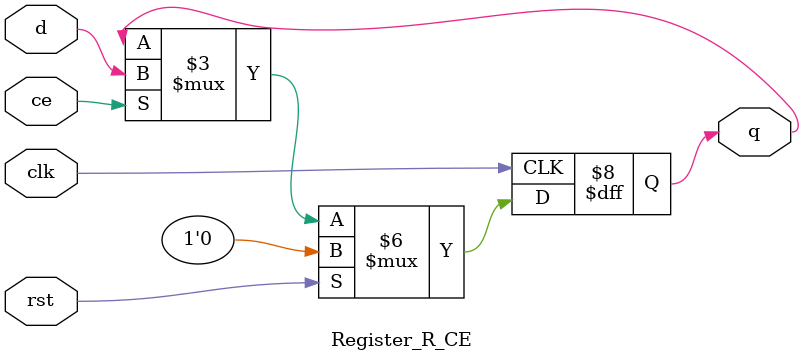
<source format=v>
module Register_R_CE(q, d, rst, ce, clk);
    parameter N = 1;
    parameter INIT = {N{1'b0}};
    output reg [N-1:0] q;
    input [N-1:0]      d;
    input 	      rst, ce, clk;
    initial
        q = INIT;
    always @(posedge clk)
        if (rst)
            q <= INIT;
        else if (ce)
            q <= d;
endmodule // REGISTER_R_CE
</source>
